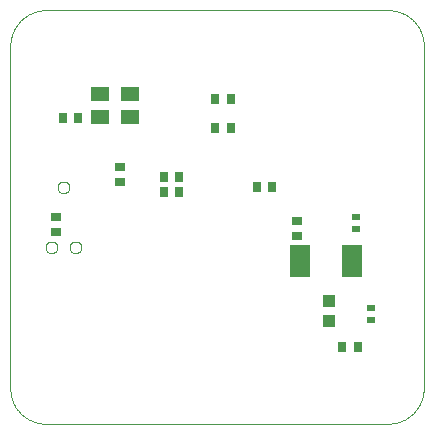
<source format=gbp>
G04 EAGLE Gerber RS-274X export*
G75*
%MOMM*%
%FSLAX35Y35*%
%LPD*%
%INsolder_paste_bottom*%
%IPPOS*%
%AMOC8*
5,1,8,0,0,1.08239X$1,22.5*%
G01*
%ADD10C,0.000000*%
%ADD11R,0.700000X0.900000*%
%ADD12R,0.900000X0.700000*%
%ADD13R,0.700000X0.600000*%
%ADD14R,1.500000X1.300000*%
%ADD15R,1.800000X2.700000*%
%ADD16R,1.100000X1.000000*%


D10*
X3200117Y3499817D02*
X300026Y3499983D01*
X300025Y3499983D02*
X292739Y3499885D01*
X285456Y3499610D01*
X278183Y3499159D01*
X270922Y3498531D01*
X263679Y3497728D01*
X256457Y3496749D01*
X249262Y3495595D01*
X242096Y3494267D01*
X234965Y3492766D01*
X227872Y3491092D01*
X220822Y3489247D01*
X213819Y3487231D01*
X206867Y3485046D01*
X199969Y3482693D01*
X193131Y3480173D01*
X186356Y3477489D01*
X179648Y3474640D01*
X173011Y3471630D01*
X166449Y3468460D01*
X159966Y3465132D01*
X153566Y3461647D01*
X147252Y3458008D01*
X141028Y3454218D01*
X134898Y3450277D01*
X128865Y3446189D01*
X122933Y3441955D01*
X117105Y3437579D01*
X111386Y3433063D01*
X105777Y3428410D01*
X100284Y3423622D01*
X94907Y3418702D01*
X89652Y3413653D01*
X84521Y3408478D01*
X79517Y3403180D01*
X74642Y3397763D01*
X69901Y3392229D01*
X65295Y3386581D01*
X60827Y3380824D01*
X56501Y3374959D01*
X52318Y3368992D01*
X48281Y3362925D01*
X44392Y3356761D01*
X40654Y3350506D01*
X37068Y3344161D01*
X33638Y3337731D01*
X30364Y3331220D01*
X27250Y3324632D01*
X24296Y3317970D01*
X21504Y3311238D01*
X18877Y3304441D01*
X16415Y3297581D01*
X14121Y3290665D01*
X11994Y3283694D01*
X10038Y3276674D01*
X8252Y3269609D01*
X6638Y3262502D01*
X5197Y3255358D01*
X3930Y3248182D01*
X2837Y3240977D01*
X1919Y3233747D01*
X1177Y3226497D01*
X611Y3219232D01*
X221Y3211955D01*
X8Y3204670D01*
X8Y3204671D02*
X92Y295129D01*
X91Y295129D02*
X238Y287825D01*
X565Y280527D01*
X1070Y273238D01*
X1754Y265965D01*
X2616Y258710D01*
X3656Y251478D01*
X4873Y244275D01*
X6267Y237103D01*
X7836Y229968D01*
X9580Y222873D01*
X11498Y215824D01*
X13587Y208823D01*
X15848Y201876D01*
X18279Y194986D01*
X20878Y188159D01*
X23644Y181397D01*
X26575Y174705D01*
X29670Y168086D01*
X32926Y161546D01*
X36341Y155088D01*
X39914Y148715D01*
X43642Y142432D01*
X47523Y136243D01*
X51555Y130150D01*
X55736Y124159D01*
X60062Y118271D01*
X64531Y112492D01*
X69141Y106824D01*
X73888Y101271D01*
X78770Y95836D01*
X83785Y90523D01*
X88928Y85334D01*
X94197Y80273D01*
X99588Y75343D01*
X105099Y70546D01*
X110726Y65887D01*
X116465Y61366D01*
X122314Y56988D01*
X128268Y52755D01*
X134325Y48670D01*
X140480Y44734D01*
X146730Y40950D01*
X153070Y37321D01*
X159498Y33848D01*
X166009Y30535D01*
X172600Y27382D01*
X179265Y24392D01*
X186003Y21566D01*
X192807Y18906D01*
X199675Y16415D01*
X206602Y14092D01*
X213584Y11941D01*
X220616Y9961D01*
X227695Y8154D01*
X234816Y6522D01*
X241975Y5065D01*
X249168Y3784D01*
X256390Y2680D01*
X263636Y1753D01*
X270904Y1005D01*
X278187Y435D01*
X285483Y44D01*
X292785Y-167D01*
X300091Y-200D01*
X300092Y-200D02*
X3200100Y-200D01*
X3207349Y-112D01*
X3214594Y150D01*
X3221830Y588D01*
X3229054Y1201D01*
X3236261Y1987D01*
X3243447Y2948D01*
X3250607Y4082D01*
X3257738Y5389D01*
X3264835Y6868D01*
X3271895Y8517D01*
X3278912Y10337D01*
X3285884Y12326D01*
X3292805Y14483D01*
X3299672Y16806D01*
X3306481Y19295D01*
X3313228Y21948D01*
X3319909Y24762D01*
X3326520Y27738D01*
X3333057Y30872D01*
X3339517Y34163D01*
X3345895Y37610D01*
X3352188Y41209D01*
X3358392Y44960D01*
X3364504Y48859D01*
X3370519Y52905D01*
X3376436Y57095D01*
X3382249Y61427D01*
X3387956Y65898D01*
X3393553Y70505D01*
X3399037Y75247D01*
X3404405Y80119D01*
X3409653Y85120D01*
X3414780Y90247D01*
X3419781Y95495D01*
X3424653Y100863D01*
X3429395Y106347D01*
X3434002Y111944D01*
X3438473Y117651D01*
X3442805Y123464D01*
X3446995Y129381D01*
X3451041Y135396D01*
X3454940Y141508D01*
X3458691Y147712D01*
X3462290Y154005D01*
X3465737Y160383D01*
X3469028Y166843D01*
X3472162Y173380D01*
X3475138Y179991D01*
X3477952Y186672D01*
X3480605Y193419D01*
X3483094Y200228D01*
X3485417Y207095D01*
X3487574Y214016D01*
X3489563Y220988D01*
X3491383Y228005D01*
X3493032Y235065D01*
X3494511Y242162D01*
X3495818Y249293D01*
X3496952Y256453D01*
X3497913Y263639D01*
X3498699Y270846D01*
X3499312Y278070D01*
X3499750Y285306D01*
X3500012Y292551D01*
X3500100Y299800D01*
X3500100Y3199817D01*
X3500010Y3207179D01*
X3499739Y3214537D01*
X3499287Y3221886D01*
X3498656Y3229221D01*
X3497844Y3236539D01*
X3496853Y3243835D01*
X3495684Y3251104D01*
X3494336Y3258342D01*
X3492811Y3265545D01*
X3491110Y3272708D01*
X3489234Y3279828D01*
X3487183Y3286899D01*
X3484960Y3293918D01*
X3482564Y3300880D01*
X3479999Y3307782D01*
X3477266Y3314618D01*
X3474365Y3321385D01*
X3471299Y3328079D01*
X3468070Y3334696D01*
X3464679Y3341231D01*
X3461129Y3347682D01*
X3457422Y3354043D01*
X3453559Y3360311D01*
X3449544Y3366483D01*
X3445379Y3372554D01*
X3441066Y3378521D01*
X3436608Y3384381D01*
X3432008Y3390129D01*
X3427268Y3395763D01*
X3422391Y3401279D01*
X3417380Y3406673D01*
X3412238Y3411943D01*
X3406969Y3417085D01*
X3401574Y3422096D01*
X3396059Y3426974D01*
X3390425Y3431714D01*
X3384677Y3436315D01*
X3378818Y3440773D01*
X3372851Y3445086D01*
X3366780Y3449252D01*
X3360609Y3453267D01*
X3354340Y3457130D01*
X3347980Y3460837D01*
X3341529Y3464388D01*
X3334994Y3467779D01*
X3328378Y3471009D01*
X3321684Y3474075D01*
X3314917Y3476976D01*
X3308081Y3479710D01*
X3301180Y3482276D01*
X3294218Y3484671D01*
X3287199Y3486895D01*
X3280128Y3488946D01*
X3273008Y3490823D01*
X3265845Y3492524D01*
X3258642Y3494050D01*
X3251404Y3495398D01*
X3244135Y3496568D01*
X3236839Y3497559D01*
X3229521Y3498371D01*
X3222186Y3499003D01*
X3214837Y3499455D01*
X3207479Y3499726D01*
X3200117Y3499817D01*
D11*
X1865000Y2750000D03*
X1735000Y2750000D03*
X1735000Y2500000D03*
X1865000Y2500000D03*
X1427500Y2087500D03*
X1297500Y2087500D03*
X2215000Y2000000D03*
X2085000Y2000000D03*
X1427500Y1962500D03*
X1297500Y1962500D03*
D12*
X387500Y1622500D03*
X387500Y1752500D03*
X927000Y2173500D03*
X927000Y2043500D03*
X2425000Y1585000D03*
X2425000Y1715000D03*
D11*
X2810000Y650000D03*
X2940000Y650000D03*
D13*
X2925000Y1750000D03*
X2925000Y1650000D03*
D14*
X1016000Y2787400D03*
X1016000Y2597400D03*
D15*
X2895000Y1375000D03*
X2455000Y1375000D03*
D16*
X2700000Y865000D03*
X2700000Y1035000D03*
D10*
X400470Y2000000D02*
X400485Y2001216D01*
X400530Y2002430D01*
X400604Y2003644D01*
X400709Y2004855D01*
X400842Y2006063D01*
X401006Y2007268D01*
X401199Y2008468D01*
X401422Y2009663D01*
X401673Y2010852D01*
X401954Y2012035D01*
X402264Y2013210D01*
X402603Y2014378D01*
X402970Y2015537D01*
X403365Y2016686D01*
X403789Y2017826D01*
X404240Y2018954D01*
X404719Y2020072D01*
X405225Y2021177D01*
X405759Y2022269D01*
X406318Y2023348D01*
X406905Y2024413D01*
X407517Y2025464D01*
X408154Y2026498D01*
X408817Y2027517D01*
X409505Y2028520D01*
X410217Y2029505D01*
X410953Y2030472D01*
X411713Y2031421D01*
X412495Y2032352D01*
X413301Y2033262D01*
X414128Y2034153D01*
X414977Y2035023D01*
X415847Y2035872D01*
X416738Y2036699D01*
X417648Y2037505D01*
X418579Y2038287D01*
X419528Y2039047D01*
X420495Y2039783D01*
X421480Y2040495D01*
X422483Y2041183D01*
X423502Y2041846D01*
X424536Y2042483D01*
X425587Y2043095D01*
X426652Y2043682D01*
X427731Y2044241D01*
X428823Y2044775D01*
X429928Y2045281D01*
X431046Y2045760D01*
X432174Y2046211D01*
X433314Y2046635D01*
X434463Y2047030D01*
X435622Y2047397D01*
X436790Y2047736D01*
X437965Y2048046D01*
X439148Y2048327D01*
X440337Y2048578D01*
X441532Y2048801D01*
X442732Y2048994D01*
X443937Y2049158D01*
X445145Y2049291D01*
X446356Y2049396D01*
X447570Y2049470D01*
X448784Y2049515D01*
X450000Y2049530D01*
X451216Y2049515D01*
X452430Y2049470D01*
X453644Y2049396D01*
X454855Y2049291D01*
X456063Y2049158D01*
X457268Y2048994D01*
X458468Y2048801D01*
X459663Y2048578D01*
X460852Y2048327D01*
X462035Y2048046D01*
X463210Y2047736D01*
X464378Y2047397D01*
X465537Y2047030D01*
X466686Y2046635D01*
X467826Y2046211D01*
X468954Y2045760D01*
X470072Y2045281D01*
X471177Y2044775D01*
X472269Y2044241D01*
X473348Y2043682D01*
X474413Y2043095D01*
X475464Y2042483D01*
X476498Y2041846D01*
X477517Y2041183D01*
X478520Y2040495D01*
X479505Y2039783D01*
X480472Y2039047D01*
X481421Y2038287D01*
X482352Y2037505D01*
X483262Y2036699D01*
X484153Y2035872D01*
X485023Y2035023D01*
X485872Y2034153D01*
X486699Y2033262D01*
X487505Y2032352D01*
X488287Y2031421D01*
X489047Y2030472D01*
X489783Y2029505D01*
X490495Y2028520D01*
X491183Y2027517D01*
X491846Y2026498D01*
X492483Y2025464D01*
X493095Y2024413D01*
X493682Y2023348D01*
X494241Y2022269D01*
X494775Y2021177D01*
X495281Y2020072D01*
X495760Y2018954D01*
X496211Y2017826D01*
X496635Y2016686D01*
X497030Y2015537D01*
X497397Y2014378D01*
X497736Y2013210D01*
X498046Y2012035D01*
X498327Y2010852D01*
X498578Y2009663D01*
X498801Y2008468D01*
X498994Y2007268D01*
X499158Y2006063D01*
X499291Y2004855D01*
X499396Y2003644D01*
X499470Y2002430D01*
X499515Y2001216D01*
X499530Y2000000D01*
X499515Y1998784D01*
X499470Y1997570D01*
X499396Y1996356D01*
X499291Y1995145D01*
X499158Y1993937D01*
X498994Y1992732D01*
X498801Y1991532D01*
X498578Y1990337D01*
X498327Y1989148D01*
X498046Y1987965D01*
X497736Y1986790D01*
X497397Y1985622D01*
X497030Y1984463D01*
X496635Y1983314D01*
X496211Y1982174D01*
X495760Y1981046D01*
X495281Y1979928D01*
X494775Y1978823D01*
X494241Y1977731D01*
X493682Y1976652D01*
X493095Y1975587D01*
X492483Y1974536D01*
X491846Y1973502D01*
X491183Y1972483D01*
X490495Y1971480D01*
X489783Y1970495D01*
X489047Y1969528D01*
X488287Y1968579D01*
X487505Y1967648D01*
X486699Y1966738D01*
X485872Y1965847D01*
X485023Y1964977D01*
X484153Y1964128D01*
X483262Y1963301D01*
X482352Y1962495D01*
X481421Y1961713D01*
X480472Y1960953D01*
X479505Y1960217D01*
X478520Y1959505D01*
X477517Y1958817D01*
X476498Y1958154D01*
X475464Y1957517D01*
X474413Y1956905D01*
X473348Y1956318D01*
X472269Y1955759D01*
X471177Y1955225D01*
X470072Y1954719D01*
X468954Y1954240D01*
X467826Y1953789D01*
X466686Y1953365D01*
X465537Y1952970D01*
X464378Y1952603D01*
X463210Y1952264D01*
X462035Y1951954D01*
X460852Y1951673D01*
X459663Y1951422D01*
X458468Y1951199D01*
X457268Y1951006D01*
X456063Y1950842D01*
X454855Y1950709D01*
X453644Y1950604D01*
X452430Y1950530D01*
X451216Y1950485D01*
X450000Y1950470D01*
X448784Y1950485D01*
X447570Y1950530D01*
X446356Y1950604D01*
X445145Y1950709D01*
X443937Y1950842D01*
X442732Y1951006D01*
X441532Y1951199D01*
X440337Y1951422D01*
X439148Y1951673D01*
X437965Y1951954D01*
X436790Y1952264D01*
X435622Y1952603D01*
X434463Y1952970D01*
X433314Y1953365D01*
X432174Y1953789D01*
X431046Y1954240D01*
X429928Y1954719D01*
X428823Y1955225D01*
X427731Y1955759D01*
X426652Y1956318D01*
X425587Y1956905D01*
X424536Y1957517D01*
X423502Y1958154D01*
X422483Y1958817D01*
X421480Y1959505D01*
X420495Y1960217D01*
X419528Y1960953D01*
X418579Y1961713D01*
X417648Y1962495D01*
X416738Y1963301D01*
X415847Y1964128D01*
X414977Y1964977D01*
X414128Y1965847D01*
X413301Y1966738D01*
X412495Y1967648D01*
X411713Y1968579D01*
X410953Y1969528D01*
X410217Y1970495D01*
X409505Y1971480D01*
X408817Y1972483D01*
X408154Y1973502D01*
X407517Y1974536D01*
X406905Y1975587D01*
X406318Y1976652D01*
X405759Y1977731D01*
X405225Y1978823D01*
X404719Y1979928D01*
X404240Y1981046D01*
X403789Y1982174D01*
X403365Y1983314D01*
X402970Y1984463D01*
X402603Y1985622D01*
X402264Y1986790D01*
X401954Y1987965D01*
X401673Y1989148D01*
X401422Y1990337D01*
X401199Y1991532D01*
X401006Y1992732D01*
X400842Y1993937D01*
X400709Y1995145D01*
X400604Y1996356D01*
X400530Y1997570D01*
X400485Y1998784D01*
X400470Y2000000D01*
X298870Y1492000D02*
X298885Y1493216D01*
X298930Y1494430D01*
X299004Y1495644D01*
X299109Y1496855D01*
X299242Y1498063D01*
X299406Y1499268D01*
X299599Y1500468D01*
X299822Y1501663D01*
X300073Y1502852D01*
X300354Y1504035D01*
X300664Y1505210D01*
X301003Y1506378D01*
X301370Y1507537D01*
X301765Y1508686D01*
X302189Y1509826D01*
X302640Y1510954D01*
X303119Y1512072D01*
X303625Y1513177D01*
X304159Y1514269D01*
X304718Y1515348D01*
X305305Y1516413D01*
X305917Y1517464D01*
X306554Y1518498D01*
X307217Y1519517D01*
X307905Y1520520D01*
X308617Y1521505D01*
X309353Y1522472D01*
X310113Y1523421D01*
X310895Y1524352D01*
X311701Y1525262D01*
X312528Y1526153D01*
X313377Y1527023D01*
X314247Y1527872D01*
X315138Y1528699D01*
X316048Y1529505D01*
X316979Y1530287D01*
X317928Y1531047D01*
X318895Y1531783D01*
X319880Y1532495D01*
X320883Y1533183D01*
X321902Y1533846D01*
X322936Y1534483D01*
X323987Y1535095D01*
X325052Y1535682D01*
X326131Y1536241D01*
X327223Y1536775D01*
X328328Y1537281D01*
X329446Y1537760D01*
X330574Y1538211D01*
X331714Y1538635D01*
X332863Y1539030D01*
X334022Y1539397D01*
X335190Y1539736D01*
X336365Y1540046D01*
X337548Y1540327D01*
X338737Y1540578D01*
X339932Y1540801D01*
X341132Y1540994D01*
X342337Y1541158D01*
X343545Y1541291D01*
X344756Y1541396D01*
X345970Y1541470D01*
X347184Y1541515D01*
X348400Y1541530D01*
X349616Y1541515D01*
X350830Y1541470D01*
X352044Y1541396D01*
X353255Y1541291D01*
X354463Y1541158D01*
X355668Y1540994D01*
X356868Y1540801D01*
X358063Y1540578D01*
X359252Y1540327D01*
X360435Y1540046D01*
X361610Y1539736D01*
X362778Y1539397D01*
X363937Y1539030D01*
X365086Y1538635D01*
X366226Y1538211D01*
X367354Y1537760D01*
X368472Y1537281D01*
X369577Y1536775D01*
X370669Y1536241D01*
X371748Y1535682D01*
X372813Y1535095D01*
X373864Y1534483D01*
X374898Y1533846D01*
X375917Y1533183D01*
X376920Y1532495D01*
X377905Y1531783D01*
X378872Y1531047D01*
X379821Y1530287D01*
X380752Y1529505D01*
X381662Y1528699D01*
X382553Y1527872D01*
X383423Y1527023D01*
X384272Y1526153D01*
X385099Y1525262D01*
X385905Y1524352D01*
X386687Y1523421D01*
X387447Y1522472D01*
X388183Y1521505D01*
X388895Y1520520D01*
X389583Y1519517D01*
X390246Y1518498D01*
X390883Y1517464D01*
X391495Y1516413D01*
X392082Y1515348D01*
X392641Y1514269D01*
X393175Y1513177D01*
X393681Y1512072D01*
X394160Y1510954D01*
X394611Y1509826D01*
X395035Y1508686D01*
X395430Y1507537D01*
X395797Y1506378D01*
X396136Y1505210D01*
X396446Y1504035D01*
X396727Y1502852D01*
X396978Y1501663D01*
X397201Y1500468D01*
X397394Y1499268D01*
X397558Y1498063D01*
X397691Y1496855D01*
X397796Y1495644D01*
X397870Y1494430D01*
X397915Y1493216D01*
X397930Y1492000D01*
X397915Y1490784D01*
X397870Y1489570D01*
X397796Y1488356D01*
X397691Y1487145D01*
X397558Y1485937D01*
X397394Y1484732D01*
X397201Y1483532D01*
X396978Y1482337D01*
X396727Y1481148D01*
X396446Y1479965D01*
X396136Y1478790D01*
X395797Y1477622D01*
X395430Y1476463D01*
X395035Y1475314D01*
X394611Y1474174D01*
X394160Y1473046D01*
X393681Y1471928D01*
X393175Y1470823D01*
X392641Y1469731D01*
X392082Y1468652D01*
X391495Y1467587D01*
X390883Y1466536D01*
X390246Y1465502D01*
X389583Y1464483D01*
X388895Y1463480D01*
X388183Y1462495D01*
X387447Y1461528D01*
X386687Y1460579D01*
X385905Y1459648D01*
X385099Y1458738D01*
X384272Y1457847D01*
X383423Y1456977D01*
X382553Y1456128D01*
X381662Y1455301D01*
X380752Y1454495D01*
X379821Y1453713D01*
X378872Y1452953D01*
X377905Y1452217D01*
X376920Y1451505D01*
X375917Y1450817D01*
X374898Y1450154D01*
X373864Y1449517D01*
X372813Y1448905D01*
X371748Y1448318D01*
X370669Y1447759D01*
X369577Y1447225D01*
X368472Y1446719D01*
X367354Y1446240D01*
X366226Y1445789D01*
X365086Y1445365D01*
X363937Y1444970D01*
X362778Y1444603D01*
X361610Y1444264D01*
X360435Y1443954D01*
X359252Y1443673D01*
X358063Y1443422D01*
X356868Y1443199D01*
X355668Y1443006D01*
X354463Y1442842D01*
X353255Y1442709D01*
X352044Y1442604D01*
X350830Y1442530D01*
X349616Y1442485D01*
X348400Y1442470D01*
X347184Y1442485D01*
X345970Y1442530D01*
X344756Y1442604D01*
X343545Y1442709D01*
X342337Y1442842D01*
X341132Y1443006D01*
X339932Y1443199D01*
X338737Y1443422D01*
X337548Y1443673D01*
X336365Y1443954D01*
X335190Y1444264D01*
X334022Y1444603D01*
X332863Y1444970D01*
X331714Y1445365D01*
X330574Y1445789D01*
X329446Y1446240D01*
X328328Y1446719D01*
X327223Y1447225D01*
X326131Y1447759D01*
X325052Y1448318D01*
X323987Y1448905D01*
X322936Y1449517D01*
X321902Y1450154D01*
X320883Y1450817D01*
X319880Y1451505D01*
X318895Y1452217D01*
X317928Y1452953D01*
X316979Y1453713D01*
X316048Y1454495D01*
X315138Y1455301D01*
X314247Y1456128D01*
X313377Y1456977D01*
X312528Y1457847D01*
X311701Y1458738D01*
X310895Y1459648D01*
X310113Y1460579D01*
X309353Y1461528D01*
X308617Y1462495D01*
X307905Y1463480D01*
X307217Y1464483D01*
X306554Y1465502D01*
X305917Y1466536D01*
X305305Y1467587D01*
X304718Y1468652D01*
X304159Y1469731D01*
X303625Y1470823D01*
X303119Y1471928D01*
X302640Y1473046D01*
X302189Y1474174D01*
X301765Y1475314D01*
X301370Y1476463D01*
X301003Y1477622D01*
X300664Y1478790D01*
X300354Y1479965D01*
X300073Y1481148D01*
X299822Y1482337D01*
X299599Y1483532D01*
X299406Y1484732D01*
X299242Y1485937D01*
X299109Y1487145D01*
X299004Y1488356D01*
X298930Y1489570D01*
X298885Y1490784D01*
X298870Y1492000D01*
X502070Y1492000D02*
X502085Y1493216D01*
X502130Y1494430D01*
X502204Y1495644D01*
X502309Y1496855D01*
X502442Y1498063D01*
X502606Y1499268D01*
X502799Y1500468D01*
X503022Y1501663D01*
X503273Y1502852D01*
X503554Y1504035D01*
X503864Y1505210D01*
X504203Y1506378D01*
X504570Y1507537D01*
X504965Y1508686D01*
X505389Y1509826D01*
X505840Y1510954D01*
X506319Y1512072D01*
X506825Y1513177D01*
X507359Y1514269D01*
X507918Y1515348D01*
X508505Y1516413D01*
X509117Y1517464D01*
X509754Y1518498D01*
X510417Y1519517D01*
X511105Y1520520D01*
X511817Y1521505D01*
X512553Y1522472D01*
X513313Y1523421D01*
X514095Y1524352D01*
X514901Y1525262D01*
X515728Y1526153D01*
X516577Y1527023D01*
X517447Y1527872D01*
X518338Y1528699D01*
X519248Y1529505D01*
X520179Y1530287D01*
X521128Y1531047D01*
X522095Y1531783D01*
X523080Y1532495D01*
X524083Y1533183D01*
X525102Y1533846D01*
X526136Y1534483D01*
X527187Y1535095D01*
X528252Y1535682D01*
X529331Y1536241D01*
X530423Y1536775D01*
X531528Y1537281D01*
X532646Y1537760D01*
X533774Y1538211D01*
X534914Y1538635D01*
X536063Y1539030D01*
X537222Y1539397D01*
X538390Y1539736D01*
X539565Y1540046D01*
X540748Y1540327D01*
X541937Y1540578D01*
X543132Y1540801D01*
X544332Y1540994D01*
X545537Y1541158D01*
X546745Y1541291D01*
X547956Y1541396D01*
X549170Y1541470D01*
X550384Y1541515D01*
X551600Y1541530D01*
X552816Y1541515D01*
X554030Y1541470D01*
X555244Y1541396D01*
X556455Y1541291D01*
X557663Y1541158D01*
X558868Y1540994D01*
X560068Y1540801D01*
X561263Y1540578D01*
X562452Y1540327D01*
X563635Y1540046D01*
X564810Y1539736D01*
X565978Y1539397D01*
X567137Y1539030D01*
X568286Y1538635D01*
X569426Y1538211D01*
X570554Y1537760D01*
X571672Y1537281D01*
X572777Y1536775D01*
X573869Y1536241D01*
X574948Y1535682D01*
X576013Y1535095D01*
X577064Y1534483D01*
X578098Y1533846D01*
X579117Y1533183D01*
X580120Y1532495D01*
X581105Y1531783D01*
X582072Y1531047D01*
X583021Y1530287D01*
X583952Y1529505D01*
X584862Y1528699D01*
X585753Y1527872D01*
X586623Y1527023D01*
X587472Y1526153D01*
X588299Y1525262D01*
X589105Y1524352D01*
X589887Y1523421D01*
X590647Y1522472D01*
X591383Y1521505D01*
X592095Y1520520D01*
X592783Y1519517D01*
X593446Y1518498D01*
X594083Y1517464D01*
X594695Y1516413D01*
X595282Y1515348D01*
X595841Y1514269D01*
X596375Y1513177D01*
X596881Y1512072D01*
X597360Y1510954D01*
X597811Y1509826D01*
X598235Y1508686D01*
X598630Y1507537D01*
X598997Y1506378D01*
X599336Y1505210D01*
X599646Y1504035D01*
X599927Y1502852D01*
X600178Y1501663D01*
X600401Y1500468D01*
X600594Y1499268D01*
X600758Y1498063D01*
X600891Y1496855D01*
X600996Y1495644D01*
X601070Y1494430D01*
X601115Y1493216D01*
X601130Y1492000D01*
X601115Y1490784D01*
X601070Y1489570D01*
X600996Y1488356D01*
X600891Y1487145D01*
X600758Y1485937D01*
X600594Y1484732D01*
X600401Y1483532D01*
X600178Y1482337D01*
X599927Y1481148D01*
X599646Y1479965D01*
X599336Y1478790D01*
X598997Y1477622D01*
X598630Y1476463D01*
X598235Y1475314D01*
X597811Y1474174D01*
X597360Y1473046D01*
X596881Y1471928D01*
X596375Y1470823D01*
X595841Y1469731D01*
X595282Y1468652D01*
X594695Y1467587D01*
X594083Y1466536D01*
X593446Y1465502D01*
X592783Y1464483D01*
X592095Y1463480D01*
X591383Y1462495D01*
X590647Y1461528D01*
X589887Y1460579D01*
X589105Y1459648D01*
X588299Y1458738D01*
X587472Y1457847D01*
X586623Y1456977D01*
X585753Y1456128D01*
X584862Y1455301D01*
X583952Y1454495D01*
X583021Y1453713D01*
X582072Y1452953D01*
X581105Y1452217D01*
X580120Y1451505D01*
X579117Y1450817D01*
X578098Y1450154D01*
X577064Y1449517D01*
X576013Y1448905D01*
X574948Y1448318D01*
X573869Y1447759D01*
X572777Y1447225D01*
X571672Y1446719D01*
X570554Y1446240D01*
X569426Y1445789D01*
X568286Y1445365D01*
X567137Y1444970D01*
X565978Y1444603D01*
X564810Y1444264D01*
X563635Y1443954D01*
X562452Y1443673D01*
X561263Y1443422D01*
X560068Y1443199D01*
X558868Y1443006D01*
X557663Y1442842D01*
X556455Y1442709D01*
X555244Y1442604D01*
X554030Y1442530D01*
X552816Y1442485D01*
X551600Y1442470D01*
X550384Y1442485D01*
X549170Y1442530D01*
X547956Y1442604D01*
X546745Y1442709D01*
X545537Y1442842D01*
X544332Y1443006D01*
X543132Y1443199D01*
X541937Y1443422D01*
X540748Y1443673D01*
X539565Y1443954D01*
X538390Y1444264D01*
X537222Y1444603D01*
X536063Y1444970D01*
X534914Y1445365D01*
X533774Y1445789D01*
X532646Y1446240D01*
X531528Y1446719D01*
X530423Y1447225D01*
X529331Y1447759D01*
X528252Y1448318D01*
X527187Y1448905D01*
X526136Y1449517D01*
X525102Y1450154D01*
X524083Y1450817D01*
X523080Y1451505D01*
X522095Y1452217D01*
X521128Y1452953D01*
X520179Y1453713D01*
X519248Y1454495D01*
X518338Y1455301D01*
X517447Y1456128D01*
X516577Y1456977D01*
X515728Y1457847D01*
X514901Y1458738D01*
X514095Y1459648D01*
X513313Y1460579D01*
X512553Y1461528D01*
X511817Y1462495D01*
X511105Y1463480D01*
X510417Y1464483D01*
X509754Y1465502D01*
X509117Y1466536D01*
X508505Y1467587D01*
X507918Y1468652D01*
X507359Y1469731D01*
X506825Y1470823D01*
X506319Y1471928D01*
X505840Y1473046D01*
X505389Y1474174D01*
X504965Y1475314D01*
X504570Y1476463D01*
X504203Y1477622D01*
X503864Y1478790D01*
X503554Y1479965D01*
X503273Y1481148D01*
X503022Y1482337D01*
X502799Y1483532D01*
X502606Y1484732D01*
X502442Y1485937D01*
X502309Y1487145D01*
X502204Y1488356D01*
X502130Y1489570D01*
X502085Y1490784D01*
X502070Y1492000D01*
D13*
X3050000Y975000D03*
X3050000Y875000D03*
D11*
X573000Y2590800D03*
X443000Y2590800D03*
D14*
X762000Y2597400D03*
X762000Y2787400D03*
M02*

</source>
